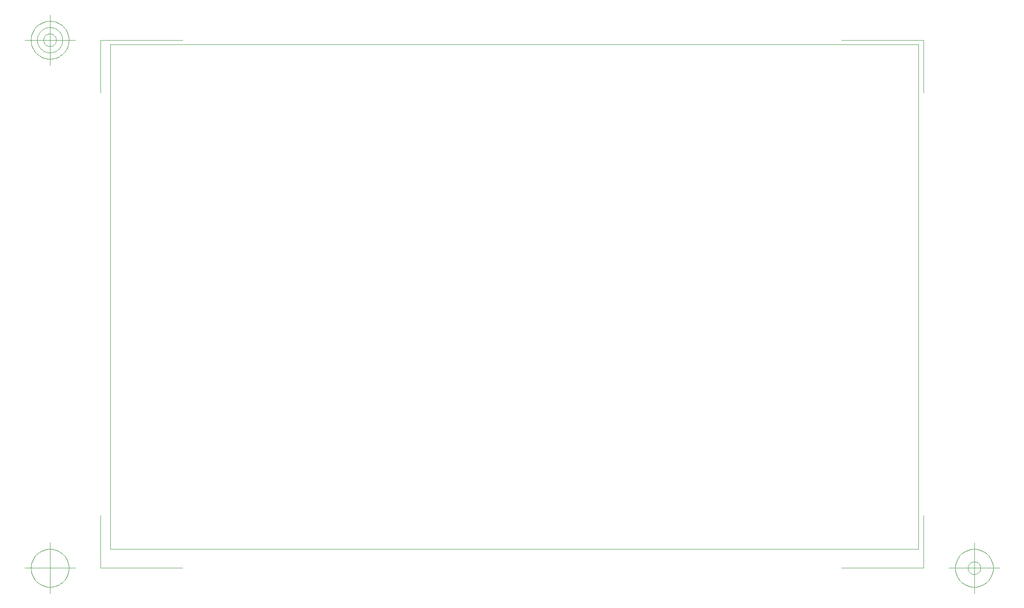
<source format=gbr>
G04 Generated by Ultiboard 10.0 *
%FSLAX25Y25*%
%MOIN*%

%ADD23C,0.00004*%
%ADD22C,0.00394*%


G04 ColorRGB 00FFFF for the following layer *
%LNLeiterplattenumriss*%
%LPD*%
%FSLAX25Y25*%
%MOIN*%
G54D23*
X0Y0D02*
X629921Y0D01*
X629921Y0D02*
X629921Y393701D01*
X629921Y393701D02*
X0Y393701D01*
X0Y393701D02*
X0Y0D01*
G54D22*
X-7874Y-14937D02*
X-7874Y26257D01*
X-7874Y-14937D02*
X56313Y-14937D01*
X634000Y-14937D02*
X569813Y-14937D01*
X634000Y-14937D02*
X634000Y26257D01*
X634000Y397000D02*
X634000Y355806D01*
X634000Y397000D02*
X569813Y397000D01*
X-7874Y397000D02*
X56313Y397000D01*
X-7874Y397000D02*
X-7874Y355806D01*
X-27559Y-14937D02*
X-66929Y-14937D01*
X-47244Y-34622D02*
X-47244Y4748D01*
X-32480Y-14937D02*
X-32551Y-13490D01*
X-32551Y-13490D02*
X-32764Y-12057D01*
X-32764Y-12057D02*
X-33116Y-10651D01*
X-33116Y-10651D02*
X-33604Y-9287D01*
X-33604Y-9287D02*
X-34224Y-7977D01*
X-34224Y-7977D02*
X-34968Y-6735D01*
X-34968Y-6735D02*
X-35832Y-5571D01*
X-35832Y-5571D02*
X-36805Y-4497D01*
X-36805Y-4497D02*
X-37878Y-3524D01*
X-37878Y-3524D02*
X-39042Y-2661D01*
X-39042Y-2661D02*
X-40285Y-1917D01*
X-40285Y-1917D02*
X-41594Y-1297D01*
X-41594Y-1297D02*
X-42958Y-809D01*
X-42958Y-809D02*
X-44364Y-457D01*
X-44364Y-457D02*
X-45797Y-244D01*
X-45797Y-244D02*
X-47244Y-173D01*
X-47244Y-173D02*
X-48691Y-244D01*
X-48691Y-244D02*
X-50124Y-457D01*
X-50124Y-457D02*
X-51530Y-809D01*
X-51530Y-809D02*
X-52894Y-1297D01*
X-52894Y-1297D02*
X-54204Y-1917D01*
X-54204Y-1917D02*
X-55446Y-2661D01*
X-55446Y-2661D02*
X-56610Y-3524D01*
X-56610Y-3524D02*
X-57684Y-4497D01*
X-57684Y-4497D02*
X-58657Y-5571D01*
X-58657Y-5571D02*
X-59520Y-6735D01*
X-59520Y-6735D02*
X-60265Y-7977D01*
X-60265Y-7977D02*
X-60884Y-9287D01*
X-60884Y-9287D02*
X-61372Y-10651D01*
X-61372Y-10651D02*
X-61724Y-12057D01*
X-61724Y-12057D02*
X-61937Y-13490D01*
X-61937Y-13490D02*
X-62008Y-14937D01*
X-62008Y-14937D02*
X-61937Y-16384D01*
X-61937Y-16384D02*
X-61724Y-17817D01*
X-61724Y-17817D02*
X-61372Y-19223D01*
X-61372Y-19223D02*
X-60884Y-20587D01*
X-60884Y-20587D02*
X-60265Y-21897D01*
X-60265Y-21897D02*
X-59520Y-23139D01*
X-59520Y-23139D02*
X-58657Y-24303D01*
X-58657Y-24303D02*
X-57684Y-25377D01*
X-57684Y-25377D02*
X-56610Y-26350D01*
X-56610Y-26350D02*
X-55446Y-27213D01*
X-55446Y-27213D02*
X-54204Y-27957D01*
X-54204Y-27957D02*
X-52894Y-28577D01*
X-52894Y-28577D02*
X-51530Y-29065D01*
X-51530Y-29065D02*
X-50124Y-29417D01*
X-50124Y-29417D02*
X-48691Y-29630D01*
X-48691Y-29630D02*
X-47244Y-29701D01*
X-47244Y-29701D02*
X-45797Y-29630D01*
X-45797Y-29630D02*
X-44364Y-29417D01*
X-44364Y-29417D02*
X-42958Y-29065D01*
X-42958Y-29065D02*
X-41594Y-28577D01*
X-41594Y-28577D02*
X-40285Y-27957D01*
X-40285Y-27957D02*
X-39042Y-27213D01*
X-39042Y-27213D02*
X-37878Y-26350D01*
X-37878Y-26350D02*
X-36805Y-25377D01*
X-36805Y-25377D02*
X-35832Y-24303D01*
X-35832Y-24303D02*
X-34968Y-23139D01*
X-34968Y-23139D02*
X-34224Y-21897D01*
X-34224Y-21897D02*
X-33604Y-20587D01*
X-33604Y-20587D02*
X-33116Y-19223D01*
X-33116Y-19223D02*
X-32764Y-17817D01*
X-32764Y-17817D02*
X-32551Y-16384D01*
X-32551Y-16384D02*
X-32480Y-14937D01*
X653685Y-14937D02*
X693055Y-14937D01*
X673370Y-34622D02*
X673370Y4748D01*
X688134Y-14937D02*
X688063Y-13490D01*
X688063Y-13490D02*
X687850Y-12057D01*
X687850Y-12057D02*
X687498Y-10651D01*
X687498Y-10651D02*
X687010Y-9287D01*
X687010Y-9287D02*
X686391Y-7977D01*
X686391Y-7977D02*
X685646Y-6735D01*
X685646Y-6735D02*
X684783Y-5571D01*
X684783Y-5571D02*
X683810Y-4497D01*
X683810Y-4497D02*
X682736Y-3524D01*
X682736Y-3524D02*
X681572Y-2661D01*
X681572Y-2661D02*
X680330Y-1917D01*
X680330Y-1917D02*
X679020Y-1297D01*
X679020Y-1297D02*
X677656Y-809D01*
X677656Y-809D02*
X676250Y-457D01*
X676250Y-457D02*
X674817Y-244D01*
X674817Y-244D02*
X673370Y-173D01*
X673370Y-173D02*
X671923Y-244D01*
X671923Y-244D02*
X670490Y-457D01*
X670490Y-457D02*
X669084Y-809D01*
X669084Y-809D02*
X667720Y-1297D01*
X667720Y-1297D02*
X666410Y-1917D01*
X666410Y-1917D02*
X665168Y-2661D01*
X665168Y-2661D02*
X664004Y-3524D01*
X664004Y-3524D02*
X662931Y-4497D01*
X662931Y-4497D02*
X661958Y-5571D01*
X661958Y-5571D02*
X661094Y-6735D01*
X661094Y-6735D02*
X660350Y-7977D01*
X660350Y-7977D02*
X659730Y-9287D01*
X659730Y-9287D02*
X659242Y-10651D01*
X659242Y-10651D02*
X658890Y-12057D01*
X658890Y-12057D02*
X658677Y-13490D01*
X658677Y-13490D02*
X658606Y-14937D01*
X658606Y-14937D02*
X658677Y-16384D01*
X658677Y-16384D02*
X658890Y-17817D01*
X658890Y-17817D02*
X659242Y-19223D01*
X659242Y-19223D02*
X659730Y-20587D01*
X659730Y-20587D02*
X660350Y-21897D01*
X660350Y-21897D02*
X661094Y-23139D01*
X661094Y-23139D02*
X661958Y-24303D01*
X661958Y-24303D02*
X662931Y-25377D01*
X662931Y-25377D02*
X664004Y-26350D01*
X664004Y-26350D02*
X665168Y-27213D01*
X665168Y-27213D02*
X666410Y-27957D01*
X666410Y-27957D02*
X667720Y-28577D01*
X667720Y-28577D02*
X669084Y-29065D01*
X669084Y-29065D02*
X670490Y-29417D01*
X670490Y-29417D02*
X671923Y-29630D01*
X671923Y-29630D02*
X673370Y-29701D01*
X673370Y-29701D02*
X674817Y-29630D01*
X674817Y-29630D02*
X676250Y-29417D01*
X676250Y-29417D02*
X677656Y-29065D01*
X677656Y-29065D02*
X679020Y-28577D01*
X679020Y-28577D02*
X680330Y-27957D01*
X680330Y-27957D02*
X681572Y-27213D01*
X681572Y-27213D02*
X682736Y-26350D01*
X682736Y-26350D02*
X683810Y-25377D01*
X683810Y-25377D02*
X684783Y-24303D01*
X684783Y-24303D02*
X685646Y-23139D01*
X685646Y-23139D02*
X686391Y-21897D01*
X686391Y-21897D02*
X687010Y-20587D01*
X687010Y-20587D02*
X687498Y-19223D01*
X687498Y-19223D02*
X687850Y-17817D01*
X687850Y-17817D02*
X688063Y-16384D01*
X688063Y-16384D02*
X688134Y-14937D01*
X678291Y-14937D02*
X678268Y-14455D01*
X678268Y-14455D02*
X678197Y-13977D01*
X678197Y-13977D02*
X678079Y-13508D01*
X678079Y-13508D02*
X677917Y-13054D01*
X677917Y-13054D02*
X677710Y-12617D01*
X677710Y-12617D02*
X677462Y-12203D01*
X677462Y-12203D02*
X677174Y-11815D01*
X677174Y-11815D02*
X676850Y-11457D01*
X676850Y-11457D02*
X676492Y-11133D01*
X676492Y-11133D02*
X676104Y-10845D01*
X676104Y-10845D02*
X675690Y-10597D01*
X675690Y-10597D02*
X675253Y-10390D01*
X675253Y-10390D02*
X674799Y-10228D01*
X674799Y-10228D02*
X674330Y-10110D01*
X674330Y-10110D02*
X673852Y-10039D01*
X673852Y-10039D02*
X673370Y-10016D01*
X673370Y-10016D02*
X672888Y-10039D01*
X672888Y-10039D02*
X672410Y-10110D01*
X672410Y-10110D02*
X671942Y-10228D01*
X671942Y-10228D02*
X671487Y-10390D01*
X671487Y-10390D02*
X671050Y-10597D01*
X671050Y-10597D02*
X670636Y-10845D01*
X670636Y-10845D02*
X670248Y-11133D01*
X670248Y-11133D02*
X669890Y-11457D01*
X669890Y-11457D02*
X669566Y-11815D01*
X669566Y-11815D02*
X669278Y-12203D01*
X669278Y-12203D02*
X669030Y-12617D01*
X669030Y-12617D02*
X668823Y-13054D01*
X668823Y-13054D02*
X668661Y-13508D01*
X668661Y-13508D02*
X668543Y-13977D01*
X668543Y-13977D02*
X668473Y-14455D01*
X668473Y-14455D02*
X668449Y-14937D01*
X668449Y-14937D02*
X668473Y-15419D01*
X668473Y-15419D02*
X668543Y-15897D01*
X668543Y-15897D02*
X668661Y-16366D01*
X668661Y-16366D02*
X668823Y-16820D01*
X668823Y-16820D02*
X669030Y-17257D01*
X669030Y-17257D02*
X669278Y-17671D01*
X669278Y-17671D02*
X669566Y-18059D01*
X669566Y-18059D02*
X669890Y-18417D01*
X669890Y-18417D02*
X670248Y-18741D01*
X670248Y-18741D02*
X670636Y-19029D01*
X670636Y-19029D02*
X671050Y-19277D01*
X671050Y-19277D02*
X671487Y-19484D01*
X671487Y-19484D02*
X671942Y-19646D01*
X671942Y-19646D02*
X672410Y-19764D01*
X672410Y-19764D02*
X672888Y-19835D01*
X672888Y-19835D02*
X673370Y-19858D01*
X673370Y-19858D02*
X673852Y-19835D01*
X673852Y-19835D02*
X674330Y-19764D01*
X674330Y-19764D02*
X674799Y-19646D01*
X674799Y-19646D02*
X675253Y-19484D01*
X675253Y-19484D02*
X675690Y-19277D01*
X675690Y-19277D02*
X676104Y-19029D01*
X676104Y-19029D02*
X676492Y-18741D01*
X676492Y-18741D02*
X676850Y-18417D01*
X676850Y-18417D02*
X677174Y-18059D01*
X677174Y-18059D02*
X677462Y-17671D01*
X677462Y-17671D02*
X677710Y-17257D01*
X677710Y-17257D02*
X677917Y-16820D01*
X677917Y-16820D02*
X678079Y-16366D01*
X678079Y-16366D02*
X678197Y-15897D01*
X678197Y-15897D02*
X678268Y-15419D01*
X678268Y-15419D02*
X678291Y-14937D01*
X-27559Y397000D02*
X-66929Y397000D01*
X-47244Y377315D02*
X-47244Y416685D01*
X-32480Y397000D02*
X-32551Y398447D01*
X-32551Y398447D02*
X-32764Y399880D01*
X-32764Y399880D02*
X-33116Y401286D01*
X-33116Y401286D02*
X-33604Y402650D01*
X-33604Y402650D02*
X-34224Y403960D01*
X-34224Y403960D02*
X-34968Y405202D01*
X-34968Y405202D02*
X-35832Y406366D01*
X-35832Y406366D02*
X-36805Y407440D01*
X-36805Y407440D02*
X-37878Y408413D01*
X-37878Y408413D02*
X-39042Y409276D01*
X-39042Y409276D02*
X-40285Y410020D01*
X-40285Y410020D02*
X-41594Y410640D01*
X-41594Y410640D02*
X-42958Y411128D01*
X-42958Y411128D02*
X-44364Y411480D01*
X-44364Y411480D02*
X-45797Y411693D01*
X-45797Y411693D02*
X-47244Y411764D01*
X-47244Y411764D02*
X-48691Y411693D01*
X-48691Y411693D02*
X-50124Y411480D01*
X-50124Y411480D02*
X-51530Y411128D01*
X-51530Y411128D02*
X-52894Y410640D01*
X-52894Y410640D02*
X-54204Y410020D01*
X-54204Y410020D02*
X-55446Y409276D01*
X-55446Y409276D02*
X-56610Y408413D01*
X-56610Y408413D02*
X-57684Y407440D01*
X-57684Y407440D02*
X-58657Y406366D01*
X-58657Y406366D02*
X-59520Y405202D01*
X-59520Y405202D02*
X-60265Y403960D01*
X-60265Y403960D02*
X-60884Y402650D01*
X-60884Y402650D02*
X-61372Y401286D01*
X-61372Y401286D02*
X-61724Y399880D01*
X-61724Y399880D02*
X-61937Y398447D01*
X-61937Y398447D02*
X-62008Y397000D01*
X-62008Y397000D02*
X-61937Y395553D01*
X-61937Y395553D02*
X-61724Y394120D01*
X-61724Y394120D02*
X-61372Y392714D01*
X-61372Y392714D02*
X-60884Y391350D01*
X-60884Y391350D02*
X-60265Y390040D01*
X-60265Y390040D02*
X-59520Y388798D01*
X-59520Y388798D02*
X-58657Y387634D01*
X-58657Y387634D02*
X-57684Y386560D01*
X-57684Y386560D02*
X-56610Y385587D01*
X-56610Y385587D02*
X-55446Y384724D01*
X-55446Y384724D02*
X-54204Y383980D01*
X-54204Y383980D02*
X-52894Y383360D01*
X-52894Y383360D02*
X-51530Y382872D01*
X-51530Y382872D02*
X-50124Y382520D01*
X-50124Y382520D02*
X-48691Y382307D01*
X-48691Y382307D02*
X-47244Y382236D01*
X-47244Y382236D02*
X-45797Y382307D01*
X-45797Y382307D02*
X-44364Y382520D01*
X-44364Y382520D02*
X-42958Y382872D01*
X-42958Y382872D02*
X-41594Y383360D01*
X-41594Y383360D02*
X-40285Y383980D01*
X-40285Y383980D02*
X-39042Y384724D01*
X-39042Y384724D02*
X-37878Y385587D01*
X-37878Y385587D02*
X-36805Y386560D01*
X-36805Y386560D02*
X-35832Y387634D01*
X-35832Y387634D02*
X-34968Y388798D01*
X-34968Y388798D02*
X-34224Y390040D01*
X-34224Y390040D02*
X-33604Y391350D01*
X-33604Y391350D02*
X-33116Y392714D01*
X-33116Y392714D02*
X-32764Y394120D01*
X-32764Y394120D02*
X-32551Y395553D01*
X-32551Y395553D02*
X-32480Y397000D01*
X-37402Y397000D02*
X-37449Y397965D01*
X-37449Y397965D02*
X-37591Y398920D01*
X-37591Y398920D02*
X-37825Y399857D01*
X-37825Y399857D02*
X-38151Y400767D01*
X-38151Y400767D02*
X-38564Y401640D01*
X-38564Y401640D02*
X-39060Y402468D01*
X-39060Y402468D02*
X-39636Y403244D01*
X-39636Y403244D02*
X-40284Y403960D01*
X-40284Y403960D02*
X-41000Y404608D01*
X-41000Y404608D02*
X-41776Y405184D01*
X-41776Y405184D02*
X-42604Y405680D01*
X-42604Y405680D02*
X-43478Y406093D01*
X-43478Y406093D02*
X-44387Y406419D01*
X-44387Y406419D02*
X-45324Y406653D01*
X-45324Y406653D02*
X-46279Y406795D01*
X-46279Y406795D02*
X-47244Y406843D01*
X-47244Y406843D02*
X-48209Y406795D01*
X-48209Y406795D02*
X-49164Y406653D01*
X-49164Y406653D02*
X-50101Y406419D01*
X-50101Y406419D02*
X-51011Y406093D01*
X-51011Y406093D02*
X-51884Y405680D01*
X-51884Y405680D02*
X-52712Y405184D01*
X-52712Y405184D02*
X-53488Y404608D01*
X-53488Y404608D02*
X-54204Y403960D01*
X-54204Y403960D02*
X-54852Y403244D01*
X-54852Y403244D02*
X-55428Y402468D01*
X-55428Y402468D02*
X-55924Y401640D01*
X-55924Y401640D02*
X-56337Y400767D01*
X-56337Y400767D02*
X-56663Y399857D01*
X-56663Y399857D02*
X-56897Y398920D01*
X-56897Y398920D02*
X-57039Y397965D01*
X-57039Y397965D02*
X-57087Y397000D01*
X-57087Y397000D02*
X-57039Y396035D01*
X-57039Y396035D02*
X-56897Y395080D01*
X-56897Y395080D02*
X-56663Y394143D01*
X-56663Y394143D02*
X-56337Y393233D01*
X-56337Y393233D02*
X-55924Y392360D01*
X-55924Y392360D02*
X-55428Y391532D01*
X-55428Y391532D02*
X-54852Y390756D01*
X-54852Y390756D02*
X-54204Y390040D01*
X-54204Y390040D02*
X-53488Y389392D01*
X-53488Y389392D02*
X-52712Y388816D01*
X-52712Y388816D02*
X-51884Y388320D01*
X-51884Y388320D02*
X-51011Y387907D01*
X-51011Y387907D02*
X-50101Y387581D01*
X-50101Y387581D02*
X-49164Y387347D01*
X-49164Y387347D02*
X-48209Y387205D01*
X-48209Y387205D02*
X-47244Y387157D01*
X-47244Y387157D02*
X-46279Y387205D01*
X-46279Y387205D02*
X-45324Y387347D01*
X-45324Y387347D02*
X-44387Y387581D01*
X-44387Y387581D02*
X-43478Y387907D01*
X-43478Y387907D02*
X-42604Y388320D01*
X-42604Y388320D02*
X-41776Y388816D01*
X-41776Y388816D02*
X-41000Y389392D01*
X-41000Y389392D02*
X-40284Y390040D01*
X-40284Y390040D02*
X-39636Y390756D01*
X-39636Y390756D02*
X-39060Y391532D01*
X-39060Y391532D02*
X-38564Y392360D01*
X-38564Y392360D02*
X-38151Y393233D01*
X-38151Y393233D02*
X-37825Y394143D01*
X-37825Y394143D02*
X-37591Y395080D01*
X-37591Y395080D02*
X-37449Y396035D01*
X-37449Y396035D02*
X-37402Y397000D01*
X-42323Y397000D02*
X-42347Y397482D01*
X-42347Y397482D02*
X-42417Y397960D01*
X-42417Y397960D02*
X-42535Y398429D01*
X-42535Y398429D02*
X-42697Y398883D01*
X-42697Y398883D02*
X-42904Y399320D01*
X-42904Y399320D02*
X-43152Y399734D01*
X-43152Y399734D02*
X-43440Y400122D01*
X-43440Y400122D02*
X-43764Y400480D01*
X-43764Y400480D02*
X-44122Y400804D01*
X-44122Y400804D02*
X-44510Y401092D01*
X-44510Y401092D02*
X-44924Y401340D01*
X-44924Y401340D02*
X-45361Y401547D01*
X-45361Y401547D02*
X-45816Y401709D01*
X-45816Y401709D02*
X-46284Y401827D01*
X-46284Y401827D02*
X-46762Y401898D01*
X-46762Y401898D02*
X-47244Y401921D01*
X-47244Y401921D02*
X-47726Y401898D01*
X-47726Y401898D02*
X-48204Y401827D01*
X-48204Y401827D02*
X-48673Y401709D01*
X-48673Y401709D02*
X-49127Y401547D01*
X-49127Y401547D02*
X-49564Y401340D01*
X-49564Y401340D02*
X-49978Y401092D01*
X-49978Y401092D02*
X-50366Y400804D01*
X-50366Y400804D02*
X-50724Y400480D01*
X-50724Y400480D02*
X-51048Y400122D01*
X-51048Y400122D02*
X-51336Y399734D01*
X-51336Y399734D02*
X-51584Y399320D01*
X-51584Y399320D02*
X-51791Y398883D01*
X-51791Y398883D02*
X-51953Y398429D01*
X-51953Y398429D02*
X-52071Y397960D01*
X-52071Y397960D02*
X-52142Y397482D01*
X-52142Y397482D02*
X-52165Y397000D01*
X-52165Y397000D02*
X-52142Y396518D01*
X-52142Y396518D02*
X-52071Y396040D01*
X-52071Y396040D02*
X-51953Y395571D01*
X-51953Y395571D02*
X-51791Y395117D01*
X-51791Y395117D02*
X-51584Y394680D01*
X-51584Y394680D02*
X-51336Y394266D01*
X-51336Y394266D02*
X-51048Y393878D01*
X-51048Y393878D02*
X-50724Y393520D01*
X-50724Y393520D02*
X-50366Y393196D01*
X-50366Y393196D02*
X-49978Y392908D01*
X-49978Y392908D02*
X-49564Y392660D01*
X-49564Y392660D02*
X-49127Y392453D01*
X-49127Y392453D02*
X-48673Y392291D01*
X-48673Y392291D02*
X-48204Y392173D01*
X-48204Y392173D02*
X-47726Y392102D01*
X-47726Y392102D02*
X-47244Y392079D01*
X-47244Y392079D02*
X-46762Y392102D01*
X-46762Y392102D02*
X-46284Y392173D01*
X-46284Y392173D02*
X-45816Y392291D01*
X-45816Y392291D02*
X-45361Y392453D01*
X-45361Y392453D02*
X-44924Y392660D01*
X-44924Y392660D02*
X-44510Y392908D01*
X-44510Y392908D02*
X-44122Y393196D01*
X-44122Y393196D02*
X-43764Y393520D01*
X-43764Y393520D02*
X-43440Y393878D01*
X-43440Y393878D02*
X-43152Y394266D01*
X-43152Y394266D02*
X-42904Y394680D01*
X-42904Y394680D02*
X-42697Y395117D01*
X-42697Y395117D02*
X-42535Y395571D01*
X-42535Y395571D02*
X-42417Y396040D01*
X-42417Y396040D02*
X-42347Y396518D01*
X-42347Y396518D02*
X-42323Y397000D01*

M00*

</source>
